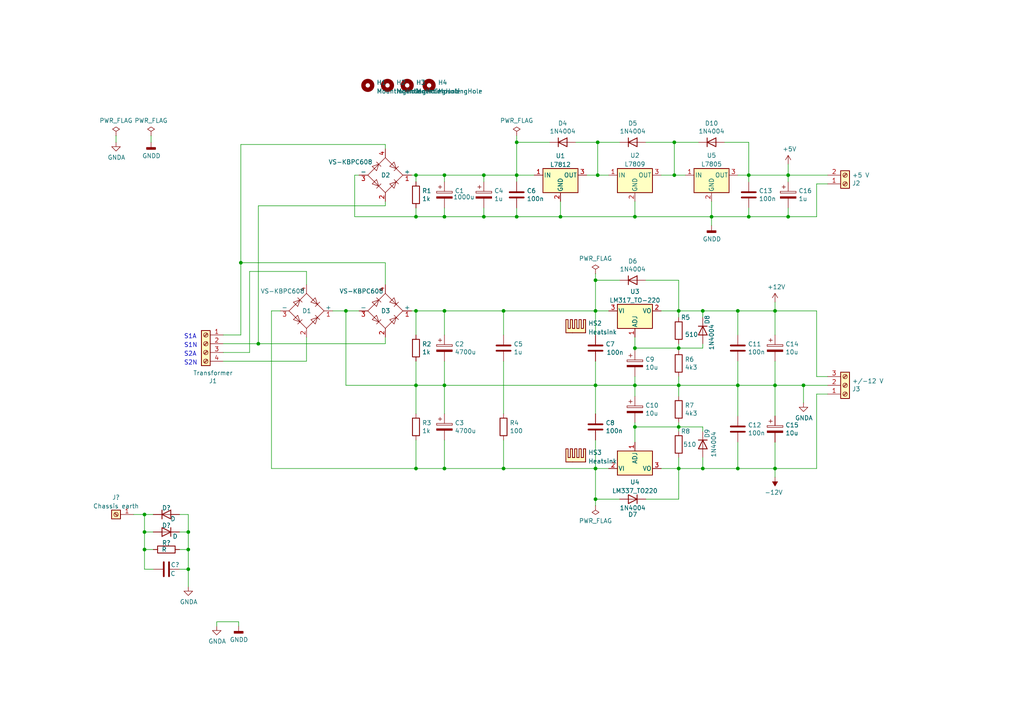
<source format=kicad_sch>
(kicad_sch (version 20211123) (generator eeschema)
  (paper "A4")
  (lib_symbols
    (symbol "Connector:Screw_Terminal_01x01" (pin_names (offset 1.016) hide)
      (property "Reference" "J" (at 0 2.54 0))
      (property "Value" "Screw_Terminal_01x01" (at 0 -2.54 0))
      (symbol "Screw_Terminal_01x01_1_1"
        (rectangle (start -1.27 1.27) (end 1.27 -1.27) (stroke (width 0.254)) (fill (type background)))
        (polyline (pts (xy -0.5334 0.3302) (xy 0.3302 -0.508)) (stroke (width 0.1524)))
        (polyline (pts (xy -0.3556 0.508) (xy 0.508 -0.3302)) (stroke (width 0.1524)))
        (circle (center 0 0) (radius 0.635) (stroke (width 0.1524)))
        (pin passive line (at -5.08 0 0) (length 3.81) (name "Pin_1") (number "1"))
      )
    )
    (symbol "Connector:Screw_Terminal_01x02" (pin_names (offset 1.016) hide)
      (property "Reference" "J" (at 0 2.54 0))
      (property "Value" "Screw_Terminal_01x02" (at 0 -5.08 0))
      (symbol "Screw_Terminal_01x02_1_1"
        (rectangle (start -1.27 1.27) (end 1.27 -3.81) (stroke (width 0.254)) (fill (type background)))
        (circle (center 0 -2.54) (radius 0.635) (stroke (width 0.1524)))
        (polyline (pts (xy -0.5334 -2.2098) (xy 0.3302 -3.048)) (stroke (width 0.1524)))
        (polyline (pts (xy -0.5334 0.3302) (xy 0.3302 -0.508)) (stroke (width 0.1524)))
        (polyline (pts (xy -0.3556 -2.032) (xy 0.508 -2.8702)) (stroke (width 0.1524)))
        (polyline (pts (xy -0.3556 0.508) (xy 0.508 -0.3302)) (stroke (width 0.1524)))
        (circle (center 0 0) (radius 0.635) (stroke (width 0.1524)))
        (pin passive line (at -5.08 0 0) (length 3.81) (name "Pin_1") (number "1"))
        (pin passive line (at -5.08 -2.54 0) (length 3.81) (name "Pin_2") (number "2"))
      )
    )
    (symbol "Connector:Screw_Terminal_01x03" (pin_names (offset 1.016) hide)
      (property "Reference" "J" (at 0 5.08 0))
      (property "Value" "Screw_Terminal_01x03" (at 0 -5.08 0))
      (symbol "Screw_Terminal_01x03_1_1"
        (rectangle (start -1.27 3.81) (end 1.27 -3.81) (stroke (width 0.254)) (fill (type background)))
        (circle (center 0 -2.54) (radius 0.635) (stroke (width 0.1524)))
        (polyline (pts (xy -0.5334 -2.2098) (xy 0.3302 -3.048)) (stroke (width 0.1524)))
        (polyline (pts (xy -0.5334 0.3302) (xy 0.3302 -0.508)) (stroke (width 0.1524)))
        (polyline (pts (xy -0.5334 2.8702) (xy 0.3302 2.032)) (stroke (width 0.1524)))
        (polyline (pts (xy -0.3556 -2.032) (xy 0.508 -2.8702)) (stroke (width 0.1524)))
        (polyline (pts (xy -0.3556 0.508) (xy 0.508 -0.3302)) (stroke (width 0.1524)))
        (polyline (pts (xy -0.3556 3.048) (xy 0.508 2.2098)) (stroke (width 0.1524)))
        (circle (center 0 0) (radius 0.635) (stroke (width 0.1524)))
        (circle (center 0 2.54) (radius 0.635) (stroke (width 0.1524)))
        (pin passive line (at -5.08 2.54 0) (length 3.81) (name "Pin_1") (number "1"))
        (pin passive line (at -5.08 0 0) (length 3.81) (name "Pin_2") (number "2"))
        (pin passive line (at -5.08 -2.54 0) (length 3.81) (name "Pin_3") (number "3"))
      )
    )
    (symbol "Connector:Screw_Terminal_01x04" (pin_names (offset 1.016) hide)
      (property "Reference" "J" (at 0 5.08 0))
      (property "Value" "Screw_Terminal_01x04" (at 0 -7.62 0))
      (symbol "Screw_Terminal_01x04_1_1"
        (rectangle (start -1.27 3.81) (end 1.27 -6.35) (stroke (width 0.254)) (fill (type background)))
        (circle (center 0 -5.08) (radius 0.635) (stroke (width 0.1524)))
        (circle (center 0 -2.54) (radius 0.635) (stroke (width 0.1524)))
        (polyline (pts (xy -0.5334 -4.7498) (xy 0.3302 -5.588)) (stroke (width 0.1524)))
        (polyline (pts (xy -0.5334 -2.2098) (xy 0.3302 -3.048)) (stroke (width 0.1524)))
        (polyline (pts (xy -0.5334 0.3302) (xy 0.3302 -0.508)) (stroke (width 0.1524)))
        (polyline (pts (xy -0.5334 2.8702) (xy 0.3302 2.032)) (stroke (width 0.1524)))
        (polyline (pts (xy -0.3556 -4.572) (xy 0.508 -5.4102)) (stroke (width 0.1524)))
        (polyline (pts (xy -0.3556 -2.032) (xy 0.508 -2.8702)) (stroke (width 0.1524)))
        (polyline (pts (xy -0.3556 0.508) (xy 0.508 -0.3302)) (stroke (width 0.1524)))
        (polyline (pts (xy -0.3556 3.048) (xy 0.508 2.2098)) (stroke (width 0.1524)))
        (circle (center 0 0) (radius 0.635) (stroke (width 0.1524)))
        (circle (center 0 2.54) (radius 0.635) (stroke (width 0.1524)))
        (pin passive line (at -5.08 2.54 0) (length 3.81) (name "Pin_1") (number "1"))
        (pin passive line (at -5.08 0 0) (length 3.81) (name "Pin_2") (number "2"))
        (pin passive line (at -5.08 -2.54 0) (length 3.81) (name "Pin_3") (number "3"))
        (pin passive line (at -5.08 -5.08 0) (length 3.81) (name "Pin_4") (number "4"))
      )
    )
    (symbol "Device:C" (pin_numbers hide) (pin_names (offset 0.254))
      (property "Reference" "C" (at 0.635 2.54 0))
      (property "Value" "C" (at 0.635 -2.54 0))
      (symbol "C_0_1"
        (polyline (pts (xy -2.032 -0.762) (xy 2.032 -0.762)) (stroke (width 0.508)))
        (polyline (pts (xy -2.032 0.762) (xy 2.032 0.762)) (stroke (width 0.508)))
      )
      (symbol "C_1_1"
        (pin passive line (at 0 3.81 270) (length 2.794) (name "~") (number "1"))
        (pin passive line (at 0 -3.81 90) (length 2.794) (name "~") (number "2"))
      )
    )
    (symbol "Device:D" (pin_numbers hide) (pin_names (offset 1.016) hide)
      (property "Reference" "D" (at 0 2.54 0))
      (property "Value" "D" (at 0 -2.54 0))
      (symbol "D_0_1"
        (polyline (pts (xy -1.27 1.27) (xy -1.27 -1.27)) (stroke (width 0.254)))
        (polyline (pts (xy 1.27 0) (xy -1.27 0)))
        (polyline (pts (xy 1.27 1.27) (xy 1.27 -1.27) (xy -1.27 0) (xy 1.27 1.27)) (stroke (width 0.254)))
      )
      (symbol "D_1_1"
        (pin passive line (at -3.81 0 0) (length 2.54) (name "K") (number "1"))
        (pin passive line (at 3.81 0 180) (length 2.54) (name "A") (number "2"))
      )
    )
    (symbol "Device:R" (pin_numbers hide) (pin_names (offset 0))
      (property "Reference" "R" (at 2.032 0 90))
      (property "Value" "R" (at 0 0 90))
      (symbol "R_0_1"
        (rectangle (start -1.016 -2.54) (end 1.016 2.54) (stroke (width 0.254)))
      )
      (symbol "R_1_1"
        (pin passive line (at 0 3.81 270) (length 1.27) (name "~") (number "1"))
        (pin passive line (at 0 -3.81 90) (length 1.27) (name "~") (number "2"))
      )
    )
    (symbol "Diode_Bridge:VS-KBPC608" (pin_names (offset 0))
      (property "Reference" "D" (at 2.54 6.985 0))
      (property "Value" "VS-KBPC608" (at 2.54 5.08 0))
      (symbol "VS-KBPC608_0_1"
        (polyline (pts (xy -2.54 3.81) (xy -1.27 2.54)))
        (polyline (pts (xy -1.27 -2.54) (xy -2.54 -3.81)))
        (polyline (pts (xy 2.54 -1.27) (xy 3.81 -2.54)))
        (polyline (pts (xy 2.54 1.27) (xy 3.81 2.54)))
        (polyline (pts (xy -3.81 2.54) (xy -2.54 1.27) (xy -1.905 3.175) (xy -3.81 2.54)))
        (polyline (pts (xy -2.54 -1.27) (xy -3.81 -2.54) (xy -1.905 -3.175) (xy -2.54 -1.27)))
        (polyline (pts (xy 1.27 2.54) (xy 2.54 3.81) (xy 3.175 1.905) (xy 1.27 2.54)))
        (polyline (pts (xy 3.175 -1.905) (xy 1.27 -2.54) (xy 2.54 -3.81) (xy 3.175 -1.905)))
        (polyline (pts (xy -5.08 0) (xy 0 -5.08) (xy 5.08 0) (xy 0 5.08) (xy -5.08 0)))
      )
      (symbol "VS-KBPC608_1_1"
        (pin passive line (at 7.62 0 180) (length 2.54) (name "+") (number "1"))
        (pin passive line (at 0 -7.62 90) (length 2.54) (name "~") (number "2"))
        (pin passive line (at -7.62 0 0) (length 2.54) (name "-") (number "3"))
        (pin passive line (at 0 7.62 270) (length 2.54) (name "~") (number "4"))
      )
    )
    (symbol "Mechanical:Heatsink" (pin_names (offset 1.016))
      (property "Reference" "HS" (at 0 5.08 0))
      (property "Value" "Heatsink" (at 0 -1.27 0))
      (symbol "Heatsink_0_1"
        (polyline (pts (xy -0.3302 1.27) (xy -0.9652 1.27) (xy -0.9652 3.81) (xy -1.6002 3.81) (xy -1.6002 1.27) (xy -2.2352 1.27) (xy -2.2352 3.81) (xy -2.8702 3.81) (xy -2.8702 0) (xy -0.9652 0)) (stroke (width 0.254)) (fill (type background)))
        (polyline (pts (xy -0.3302 1.27) (xy -0.3302 3.81) (xy 0.3048 3.81) (xy 0.3048 1.27) (xy 0.9398 1.27) (xy 0.9398 3.81) (xy 1.5748 3.81) (xy 1.5748 1.27) (xy 2.2098 1.27) (xy 2.2098 3.81) (xy 2.8448 3.81) (xy 2.8448 0) (xy -0.9652 0)) (stroke (width 0.254)) (fill (type background)))
      )
    )
    (symbol "Mechanical:MountingHole" (pin_names (offset 1.016))
      (property "Reference" "H" (at 0 5.08 0))
      (property "Value" "MountingHole" (at 0 3.175 0))
      (symbol "MountingHole_0_1"
        (circle (center 0 0) (radius 1.27) (stroke (width 1.27)))
      )
    )
    (symbol "PowerSupply-rescue:CP-Device" (pin_numbers hide) (pin_names (offset 0.254))
      (property "Reference" "C" (at 0.635 2.54 0))
      (property "Value" "CP-Device" (at 0.635 -2.54 0))
      (symbol "CP-Device_0_1"
        (rectangle (start -2.286 0.508) (end 2.286 1.016))
        (polyline (pts (xy -1.778 2.286) (xy -0.762 2.286)))
        (polyline (pts (xy -1.27 2.794) (xy -1.27 1.778)))
        (rectangle (start 2.286 -0.508) (end -2.286 -1.016) (fill (type outline)))
      )
      (symbol "CP-Device_1_1"
        (pin passive line (at 0 3.81 270) (length 2.794) (name "~") (number "1"))
        (pin passive line (at 0 -3.81 90) (length 2.794) (name "~") (number "2"))
      )
    )
    (symbol "Regulator_Linear:L7805" (pin_names (offset 0.254))
      (property "Reference" "U" (at -3.81 3.175 0))
      (property "Value" "L7805" (at 0 3.175 0))
      (symbol "L7805_0_1"
        (rectangle (start -5.08 1.905) (end 5.08 -5.08) (stroke (width 0.254)) (fill (type background)))
      )
      (symbol "L7805_1_1"
        (pin power_in line (at -7.62 0 0) (length 2.54) (name "IN") (number "1"))
        (pin power_in line (at 0 -7.62 90) (length 2.54) (name "GND") (number "2"))
        (pin power_out line (at 7.62 0 180) (length 2.54) (name "OUT") (number "3"))
      )
    )
    (symbol "Regulator_Linear:L7809" (pin_names (offset 0.254))
      (property "Reference" "U" (at -3.81 3.175 0))
      (property "Value" "L7809" (at 0 3.175 0))
      (symbol "L7809_0_1"
        (rectangle (start -5.08 1.905) (end 5.08 -5.08) (stroke (width 0.254)) (fill (type background)))
      )
      (symbol "L7809_1_1"
        (pin power_in line (at -7.62 0 0) (length 2.54) (name "IN") (number "1"))
        (pin power_in line (at 0 -7.62 90) (length 2.54) (name "GND") (number "2"))
        (pin power_out line (at 7.62 0 180) (length 2.54) (name "OUT") (number "3"))
      )
    )
    (symbol "Regulator_Linear:L7812" (pin_names (offset 0.254))
      (property "Reference" "U" (at -3.81 3.175 0))
      (property "Value" "L7812" (at 0 3.175 0))
      (symbol "L7812_0_1"
        (rectangle (start -5.08 1.905) (end 5.08 -5.08) (stroke (width 0.254)) (fill (type background)))
      )
      (symbol "L7812_1_1"
        (pin power_in line (at -7.62 0 0) (length 2.54) (name "IN") (number "1"))
        (pin power_in line (at 0 -7.62 90) (length 2.54) (name "GND") (number "2"))
        (pin power_out line (at 7.62 0 180) (length 2.54) (name "OUT") (number "3"))
      )
    )
    (symbol "Regulator_Linear:LM317_TO-220" (pin_names (offset 0.254))
      (property "Reference" "U" (at -3.81 3.175 0))
      (property "Value" "LM317_TO-220" (at 0 3.175 0))
      (symbol "LM317_TO-220_0_1"
        (rectangle (start -5.08 1.905) (end 5.08 -5.08) (stroke (width 0.254)) (fill (type background)))
      )
      (symbol "LM317_TO-220_1_1"
        (pin input line (at 0 -7.62 90) (length 2.54) (name "ADJ") (number "1"))
        (pin power_out line (at 7.62 0 180) (length 2.54) (name "VO") (number "2"))
        (pin power_in line (at -7.62 0 0) (length 2.54) (name "VI") (number "3"))
      )
    )
    (symbol "Regulator_Linear:LM337_TO220" (pin_names (offset 0.254))
      (property "Reference" "U" (at -3.81 -3.175 0))
      (property "Value" "LM337_TO220" (at 0 -3.175 0))
      (symbol "LM337_TO220_0_1"
        (rectangle (start -5.08 5.08) (end 5.08 -1.905) (stroke (width 0.254)) (fill (type background)))
      )
      (symbol "LM337_TO220_1_1"
        (pin input line (at 0 7.62 270) (length 2.54) (name "ADJ") (number "1"))
        (pin power_in line (at -7.62 0 0) (length 2.54) (name "VI") (number "2"))
        (pin power_out line (at 7.62 0 180) (length 2.54) (name "VO") (number "3"))
      )
    )
    (symbol "power:+12V" (power) (pin_names (offset 0))
      (property "Value" "+12V" (at 0 3.556 0))
      (symbol "+12V_0_1"
        (polyline (pts (xy -0.762 1.27) (xy 0 2.54)))
        (polyline (pts (xy 0 0) (xy 0 2.54)))
        (polyline (pts (xy 0 2.54) (xy 0.762 1.27)))
      )
      (symbol "+12V_1_1"
        (pin power_in line (at 0 0 90) (length 0) hide (name "+12V") (number "1"))
      )
    )
    (symbol "power:+5V" (power) (pin_names (offset 0))
      (property "Value" "+5V" (at 0 3.556 0))
      (symbol "+5V_0_1"
        (polyline (pts (xy -0.762 1.27) (xy 0 2.54)))
        (polyline (pts (xy 0 0) (xy 0 2.54)))
        (polyline (pts (xy 0 2.54) (xy 0.762 1.27)))
      )
      (symbol "+5V_1_1"
        (pin power_in line (at 0 0 90) (length 0) hide (name "+5V") (number "1"))
      )
    )
    (symbol "power:-12V" (power) (pin_names (offset 0))
      (property "Value" "-12V" (at 0 3.81 0))
      (symbol "-12V_0_0"
        (pin power_in line (at 0 0 90) (length 0) hide (name "-12V") (number "1"))
      )
      (symbol "-12V_0_1"
        (polyline (pts (xy 0 0) (xy 0 1.27) (xy 0.762 1.27) (xy 0 2.54) (xy -0.762 1.27) (xy 0 1.27)) (fill (type outline)))
      )
    )
    (symbol "power:GNDA" (power) (pin_names (offset 0))
      (property "Value" "GNDA" (at 0 -3.81 0))
      (symbol "GNDA_0_1"
        (polyline (pts (xy 0 0) (xy 0 -1.27) (xy 1.27 -1.27) (xy 0 -2.54) (xy -1.27 -1.27) (xy 0 -1.27)))
      )
      (symbol "GNDA_1_1"
        (pin power_in line (at 0 0 270) (length 0) hide (name "GNDA") (number "1"))
      )
    )
    (symbol "power:GNDD" (power) (pin_names (offset 0))
      (property "Value" "GNDD" (at 0 -3.175 0))
      (symbol "GNDD_0_1"
        (rectangle (start -1.27 -1.524) (end 1.27 -2.032) (stroke (width 0.254)) (fill (type outline)))
        (polyline (pts (xy 0 0) (xy 0 -1.524)))
      )
      (symbol "GNDD_1_1"
        (pin power_in line (at 0 0 270) (length 0) hide (name "GNDD") (number "1"))
      )
    )
    (symbol "power:PWR_FLAG" (power) (pin_numbers hide) (pin_names (offset 0) hide)
      (property "Value" "PWR_FLAG" (at 0 3.81 0))
      (symbol "PWR_FLAG_0_0"
        (pin power_out line (at 0 0 90) (length 0) (name "pwr") (number "1"))
      )
      (symbol "PWR_FLAG_0_1"
        (polyline (pts (xy 0 0) (xy 0 1.27) (xy -1.016 1.905) (xy 0 2.54) (xy 1.016 1.905) (xy 0 1.27)))
      )
    )
  )
  (junction (at 128.905 135.89))
  (junction (at 228.6 50.8))
  (junction (at 120.65 50.8))
  (junction (at 224.79 90.17))
  (junction (at 213.995 135.89))
  (junction (at 146.05 135.89))
  (junction (at 41.91 154.305))
  (junction (at 128.905 62.865))
  (junction (at 206.375 62.865))
  (junction (at 69.85 76.2))
  (junction (at 228.6 62.865))
  (junction (at 149.86 41.275))
  (junction (at 184.15 62.865))
  (junction (at 196.85 100.965))
  (junction (at 195.58 50.8))
  (junction (at 184.15 111.76))
  (junction (at 217.17 50.8))
  (junction (at 196.85 90.17))
  (junction (at 54.61 165.1))
  (junction (at 128.905 50.8))
  (junction (at 196.85 135.89))
  (junction (at 213.995 111.76))
  (junction (at 224.79 111.76))
  (junction (at 140.335 62.865))
  (junction (at 184.15 123.825))
  (junction (at 54.61 159.385))
  (junction (at 172.72 144.78))
  (junction (at 172.72 111.76))
  (junction (at 184.15 100.965))
  (junction (at 217.17 62.865))
  (junction (at 203.835 135.89))
  (junction (at 162.56 62.865))
  (junction (at 120.65 135.89))
  (junction (at 100.33 90.17))
  (junction (at 54.61 154.305))
  (junction (at 140.335 50.8))
  (junction (at 149.86 62.865))
  (junction (at 173.355 41.275))
  (junction (at 120.65 90.17))
  (junction (at 224.79 135.89))
  (junction (at 146.05 90.17))
  (junction (at 120.65 111.76))
  (junction (at 41.91 159.385))
  (junction (at 172.72 81.28))
  (junction (at 128.905 90.17))
  (junction (at 74.93 99.695))
  (junction (at 41.91 149.225))
  (junction (at 213.995 90.17))
  (junction (at 196.85 111.76))
  (junction (at 172.72 135.89))
  (junction (at 233.045 111.76))
  (junction (at 203.835 90.17))
  (junction (at 149.86 50.8))
  (junction (at 172.72 90.17))
  (junction (at 196.85 123.825))
  (junction (at 128.905 111.76))
  (junction (at 120.65 62.865))
  (junction (at 173.355 50.8))
  (junction (at 195.58 41.275))
  (wire (pts (xy 224.79 135.89) (xy 236.855 135.89)))
  (wire (pts (xy 120.65 50.8) (xy 120.65 52.705)))
  (wire (pts (xy 128.905 135.89) (xy 146.05 135.89)))
  (wire (pts (xy 196.85 122.555) (xy 196.85 123.825)))
  (wire (pts (xy 41.91 165.1) (xy 44.45 165.1)))
  (wire (pts (xy 191.77 50.8) (xy 195.58 50.8)))
  (wire (pts (xy 128.905 90.17) (xy 146.05 90.17)))
  (wire (pts (xy 149.86 60.325) (xy 149.86 62.865)))
  (wire (pts (xy 41.91 154.305) (xy 44.45 154.305)))
  (wire (pts (xy 224.79 111.76) (xy 224.79 120.65)))
  (wire (pts (xy 54.61 165.1) (xy 54.61 170.18)))
  (wire (pts (xy 146.05 90.17) (xy 146.05 97.155)))
  (wire (pts (xy 120.65 135.89) (xy 128.905 135.89)))
  (wire (pts (xy 140.335 50.8) (xy 149.86 50.8)))
  (wire (pts (xy 54.61 159.385) (xy 54.61 165.1)))
  (wire (pts (xy 184.15 111.76) (xy 184.15 114.935)))
  (wire (pts (xy 236.855 90.17) (xy 236.855 109.22)))
  (wire (pts (xy 54.61 149.225) (xy 54.61 154.305)))
  (wire (pts (xy 111.76 58.42) (xy 111.76 59.69)))
  (wire (pts (xy 167.005 41.275) (xy 173.355 41.275)))
  (wire (pts (xy 184.15 62.865) (xy 206.375 62.865)))
  (wire (pts (xy 172.72 104.775) (xy 172.72 111.76)))
  (wire (pts (xy 128.905 50.8) (xy 128.905 52.705)))
  (wire (pts (xy 184.15 122.555) (xy 184.15 123.825)))
  (wire (pts (xy 196.85 90.17) (xy 203.835 90.17)))
  (wire (pts (xy 170.18 50.8) (xy 173.355 50.8)))
  (wire (pts (xy 196.85 100.965) (xy 203.835 100.965)))
  (wire (pts (xy 119.38 90.17) (xy 120.65 90.17)))
  (wire (pts (xy 149.86 39.37) (xy 149.86 41.275)))
  (wire (pts (xy 203.835 99.695) (xy 203.835 100.965)))
  (wire (pts (xy 184.15 97.79) (xy 184.15 100.965)))
  (wire (pts (xy 96.52 90.17) (xy 100.33 90.17)))
  (wire (pts (xy 128.905 104.775) (xy 128.905 111.76)))
  (wire (pts (xy 196.85 135.89) (xy 203.835 135.89)))
  (wire (pts (xy 41.91 159.385) (xy 41.91 165.1)))
  (wire (pts (xy 41.91 154.305) (xy 41.91 159.385)))
  (wire (pts (xy 203.835 90.17) (xy 213.995 90.17)))
  (wire (pts (xy 172.72 144.78) (xy 179.705 144.78)))
  (wire (pts (xy 228.6 62.865) (xy 236.855 62.865)))
  (wire (pts (xy 203.835 123.825) (xy 196.85 123.825)))
  (wire (pts (xy 69.85 76.2) (xy 69.85 97.155)))
  (wire (pts (xy 203.835 125.095) (xy 203.835 123.825)))
  (wire (pts (xy 64.77 104.775) (xy 88.9 104.775)))
  (wire (pts (xy 213.995 90.17) (xy 224.79 90.17)))
  (wire (pts (xy 210.185 41.275) (xy 217.17 41.275)))
  (wire (pts (xy 62.865 180.34) (xy 62.865 181.61)))
  (wire (pts (xy 213.995 90.17) (xy 213.995 97.155)))
  (wire (pts (xy 236.855 135.89) (xy 236.855 114.3)))
  (wire (pts (xy 196.85 132.715) (xy 196.85 135.89)))
  (wire (pts (xy 172.72 144.78) (xy 172.72 146.685)))
  (wire (pts (xy 176.53 50.8) (xy 173.355 50.8)))
  (wire (pts (xy 52.07 159.385) (xy 54.61 159.385)))
  (wire (pts (xy 74.93 99.695) (xy 111.76 99.695)))
  (wire (pts (xy 120.65 90.17) (xy 120.65 97.155)))
  (wire (pts (xy 146.05 135.89) (xy 172.72 135.89)))
  (wire (pts (xy 184.15 123.825) (xy 184.15 128.27)))
  (wire (pts (xy 120.65 127.635) (xy 120.65 135.89)))
  (wire (pts (xy 128.905 90.17) (xy 120.65 90.17)))
  (wire (pts (xy 172.72 81.28) (xy 172.72 90.17)))
  (wire (pts (xy 100.33 111.76) (xy 120.65 111.76)))
  (wire (pts (xy 213.995 111.76) (xy 224.79 111.76)))
  (wire (pts (xy 41.91 149.225) (xy 44.45 149.225)))
  (wire (pts (xy 172.72 120.015) (xy 172.72 111.76)))
  (wire (pts (xy 146.05 104.775) (xy 146.05 120.015)))
  (wire (pts (xy 184.15 100.965) (xy 196.85 100.965)))
  (wire (pts (xy 128.905 60.325) (xy 128.905 62.865)))
  (wire (pts (xy 195.58 41.275) (xy 187.325 41.275)))
  (wire (pts (xy 195.58 50.8) (xy 195.58 41.275)))
  (wire (pts (xy 233.045 111.76) (xy 240.03 111.76)))
  (wire (pts (xy 206.375 58.42) (xy 206.375 62.865)))
  (wire (pts (xy 172.72 135.89) (xy 176.53 135.89)))
  (wire (pts (xy 172.72 135.89) (xy 172.72 144.78)))
  (wire (pts (xy 102.87 62.865) (xy 120.65 62.865)))
  (wire (pts (xy 217.17 62.865) (xy 206.375 62.865)))
  (wire (pts (xy 120.65 62.865) (xy 128.905 62.865)))
  (wire (pts (xy 236.855 62.865) (xy 236.855 53.34)))
  (wire (pts (xy 69.85 76.2) (xy 111.76 76.2)))
  (wire (pts (xy 228.6 50.8) (xy 228.6 52.705)))
  (wire (pts (xy 128.905 111.76) (xy 172.72 111.76)))
  (wire (pts (xy 52.07 149.225) (xy 54.61 149.225)))
  (wire (pts (xy 195.58 50.8) (xy 198.755 50.8)))
  (wire (pts (xy 111.76 76.2) (xy 111.76 82.55)))
  (wire (pts (xy 64.77 99.695) (xy 74.93 99.695)))
  (wire (pts (xy 224.79 104.775) (xy 224.79 111.76)))
  (wire (pts (xy 149.86 62.865) (xy 162.56 62.865)))
  (wire (pts (xy 196.85 144.78) (xy 196.85 135.89)))
  (wire (pts (xy 52.07 154.305) (xy 54.61 154.305)))
  (wire (pts (xy 120.65 104.775) (xy 120.65 111.76)))
  (wire (pts (xy 128.905 127.635) (xy 128.905 135.89)))
  (wire (pts (xy 149.86 50.8) (xy 149.86 52.705)))
  (wire (pts (xy 224.79 90.17) (xy 224.79 97.155)))
  (wire (pts (xy 196.85 111.76) (xy 196.85 109.22)))
  (wire (pts (xy 206.375 62.865) (xy 206.375 65.405)))
  (wire (pts (xy 236.855 114.3) (xy 240.03 114.3)))
  (wire (pts (xy 176.53 90.17) (xy 172.72 90.17)))
  (wire (pts (xy 128.905 111.76) (xy 128.905 120.015)))
  (wire (pts (xy 228.6 62.865) (xy 217.17 62.865)))
  (wire (pts (xy 38.735 149.225) (xy 41.91 149.225)))
  (wire (pts (xy 111.76 59.69) (xy 74.93 59.69)))
  (wire (pts (xy 184.15 123.825) (xy 196.85 123.825)))
  (wire (pts (xy 213.995 104.775) (xy 213.995 111.76)))
  (wire (pts (xy 140.335 62.865) (xy 149.86 62.865)))
  (wire (pts (xy 173.355 41.275) (xy 173.355 50.8)))
  (wire (pts (xy 69.85 41.91) (xy 69.85 76.2)))
  (wire (pts (xy 149.86 50.8) (xy 154.94 50.8)))
  (wire (pts (xy 33.655 39.37) (xy 33.655 41.275)))
  (wire (pts (xy 228.6 50.8) (xy 240.03 50.8)))
  (wire (pts (xy 41.91 149.225) (xy 41.91 154.305)))
  (wire (pts (xy 217.17 50.8) (xy 228.6 50.8)))
  (wire (pts (xy 202.565 41.275) (xy 195.58 41.275)))
  (wire (pts (xy 213.995 50.8) (xy 217.17 50.8)))
  (wire (pts (xy 213.995 135.89) (xy 224.79 135.89)))
  (wire (pts (xy 224.79 87.63) (xy 224.79 90.17)))
  (wire (pts (xy 62.865 180.34) (xy 69.215 180.34)))
  (wire (pts (xy 196.85 99.695) (xy 196.85 100.965)))
  (wire (pts (xy 213.995 128.27) (xy 213.995 135.89)))
  (wire (pts (xy 184.15 101.6) (xy 184.15 100.965)))
  (wire (pts (xy 102.87 50.8) (xy 102.87 62.865)))
  (wire (pts (xy 100.33 111.76) (xy 100.33 90.17)))
  (wire (pts (xy 224.79 138.43) (xy 224.79 135.89)))
  (wire (pts (xy 146.05 127.635) (xy 146.05 135.89)))
  (wire (pts (xy 88.9 82.55) (xy 88.9 78.74)))
  (wire (pts (xy 140.335 50.8) (xy 128.905 50.8)))
  (wire (pts (xy 228.6 60.325) (xy 228.6 62.865)))
  (wire (pts (xy 43.815 39.37) (xy 43.815 41.275)))
  (wire (pts (xy 54.61 154.305) (xy 54.61 159.385)))
  (wire (pts (xy 78.74 90.17) (xy 78.74 135.89)))
  (wire (pts (xy 203.835 132.715) (xy 203.835 135.89)))
  (wire (pts (xy 196.85 100.965) (xy 196.85 101.6)))
  (wire (pts (xy 69.85 97.155) (xy 64.77 97.155)))
  (wire (pts (xy 203.835 135.89) (xy 213.995 135.89)))
  (wire (pts (xy 111.76 41.91) (xy 69.85 41.91)))
  (wire (pts (xy 179.705 41.275) (xy 173.355 41.275)))
  (wire (pts (xy 217.17 60.325) (xy 217.17 62.865)))
  (wire (pts (xy 111.76 43.18) (xy 111.76 41.91)))
  (wire (pts (xy 224.79 90.17) (xy 236.855 90.17)))
  (wire (pts (xy 172.72 111.76) (xy 184.15 111.76)))
  (wire (pts (xy 146.05 90.17) (xy 172.72 90.17)))
  (wire (pts (xy 119.38 50.8) (xy 120.65 50.8)))
  (wire (pts (xy 187.325 144.78) (xy 196.85 144.78)))
  (wire (pts (xy 172.72 79.375) (xy 172.72 81.28)))
  (wire (pts (xy 179.705 81.28) (xy 172.72 81.28)))
  (wire (pts (xy 128.905 97.155) (xy 128.905 90.17)))
  (wire (pts (xy 52.07 165.1) (xy 54.61 165.1)))
  (wire (pts (xy 191.77 90.17) (xy 196.85 90.17)))
  (wire (pts (xy 74.93 59.69) (xy 74.93 99.695)))
  (wire (pts (xy 120.65 111.76) (xy 120.65 120.015)))
  (wire (pts (xy 81.28 90.17) (xy 78.74 90.17)))
  (wire (pts (xy 236.855 53.34) (xy 240.03 53.34)))
  (wire (pts (xy 72.39 102.235) (xy 64.77 102.235)))
  (wire (pts (xy 88.9 78.74) (xy 72.39 78.74)))
  (wire (pts (xy 140.335 50.8) (xy 140.335 52.705)))
  (wire (pts (xy 196.85 111.76) (xy 196.85 114.935)))
  (wire (pts (xy 102.87 50.8) (xy 104.14 50.8)))
  (wire (pts (xy 184.15 111.76) (xy 196.85 111.76)))
  (wire (pts (xy 162.56 58.42) (xy 162.56 62.865)))
  (wire (pts (xy 236.855 109.22) (xy 240.03 109.22)))
  (wire (pts (xy 100.33 90.17) (xy 104.14 90.17)))
  (wire (pts (xy 228.6 47.625) (xy 228.6 50.8)))
  (wire (pts (xy 196.85 81.28) (xy 196.85 90.17)))
  (wire (pts (xy 184.15 111.76) (xy 184.15 109.22)))
  (wire (pts (xy 203.835 90.17) (xy 203.835 92.075)))
  (wire (pts (xy 196.85 123.825) (xy 196.85 125.095)))
  (wire (pts (xy 140.335 62.865) (xy 128.905 62.865)))
  (wire (pts (xy 224.79 128.27) (xy 224.79 135.89)))
  (wire (pts (xy 120.65 60.325) (xy 120.65 62.865)))
  (wire (pts (xy 172.72 90.17) (xy 172.72 97.155)))
  (wire (pts (xy 41.91 159.385) (xy 44.45 159.385)))
  (wire (pts (xy 162.56 62.865) (xy 184.15 62.865)))
  (wire (pts (xy 172.72 127.635) (xy 172.72 135.89)))
  (wire (pts (xy 78.74 135.89) (xy 120.65 135.89)))
  (wire (pts (xy 72.39 78.74) (xy 72.39 102.235)))
  (wire (pts (xy 217.17 41.275) (xy 217.17 50.8)))
  (wire (pts (xy 191.77 135.89) (xy 196.85 135.89)))
  (wire (pts (xy 233.045 116.84) (xy 233.045 111.76)))
  (wire (pts (xy 196.85 111.76) (xy 213.995 111.76)))
  (wire (pts (xy 217.17 52.705) (xy 217.17 50.8)))
  (wire (pts (xy 187.325 81.28) (xy 196.85 81.28)))
  (wire (pts (xy 159.385 41.275) (xy 149.86 41.275)))
  (wire (pts (xy 120.65 50.8) (xy 128.905 50.8)))
  (wire (pts (xy 69.215 180.34) (xy 69.215 181.61)))
  (wire (pts (xy 140.335 60.325) (xy 140.335 62.865)))
  (wire (pts (xy 213.995 111.76) (xy 213.995 120.65)))
  (wire (pts (xy 224.79 111.76) (xy 233.045 111.76)))
  (wire (pts (xy 120.65 111.76) (xy 128.905 111.76)))
  (wire (pts (xy 149.86 41.275) (xy 149.86 50.8)))
  (wire (pts (xy 184.15 58.42) (xy 184.15 62.865)))
  (wire (pts (xy 196.85 90.17) (xy 196.85 92.075)))
  (wire (pts (xy 111.76 97.79) (xy 111.76 99.695)))
  (wire (pts (xy 88.9 104.775) (xy 88.9 97.79)))
  (text "S1N" (at 53.34 100.965 0) (effects (font (size 1.27 1.27)) (justify left bottom)))
  (text "S2N" (at 53.34 106.045 0) (effects (font (size 1.27 1.27)) (justify left bottom)))
  (text "S2A" (at 53.34 103.505 0) (effects (font (size 1.27 1.27)) (justify left bottom)))
  (text "S1A" (at 53.34 98.425 0) (effects (font (size 1.27 1.27)) (justify left bottom)))
  (symbol (lib_id "PowerSupply-rescue:CP-Device") (at 128.905 56.515 0) (unit 1)
    (property "Reference" "C1" (at 131.9022 55.3466 0) (effects (justify left)))
    (property "Value" "1000u" (at 131.445 57.15 0) (effects (justify left)))
    (property "Footprint" "Capacitor_THT:CP_Radial_D18.0mm_P7.50mm" (effects hide))
  )
  (symbol (lib_id "Diode_Bridge:VS-KBPC608") (at 111.76 50.8 0) (unit 1)
    (property "Reference" "D2" (at 110.49 50.8 0) (effects (justify left)))
    (property "Value" "VS-KBPC608" (at 95.25 46.99 0) (effects (justify left)))
    (property "Footprint" "Diode_THT:Diode_Bridge_Vishay_KBPC6" (effects hide))
    (property "Datasheet" "http://www.vishay.com/docs/93585/vs-kbpc1series.pdf" (effects hide))
  )
  (symbol (lib_id "Diode_Bridge:VS-KBPC608") (at 111.76 90.17 0) (unit 1)
    (property "Reference" "D3" (at 110.49 90.17 0) (effects (justify left)))
    (property "Value" "VS-KBPC608" (at 98.425 84.455 0) (effects (justify left)))
    (property "Footprint" "Diode_THT:Diode_Bridge_Vishay_KBPC6" (effects hide))
    (property "Datasheet" "http://www.vishay.com/docs/93585/vs-kbpc1series.pdf" (effects hide))
  )
  (symbol (lib_id "Diode_Bridge:VS-KBPC608") (at 88.9 90.17 0) (unit 1)
    (property "Reference" "D1" (at 87.63 90.17 0) (effects (justify left)))
    (property "Value" "VS-KBPC608" (at 75.565 84.455 0) (effects (justify left)))
    (property "Footprint" "Diode_THT:Diode_Bridge_Vishay_KBPC6" (effects hide))
    (property "Datasheet" "http://www.vishay.com/docs/93585/vs-kbpc1series.pdf" (effects hide))
  )
  (symbol (lib_id "Connector:Screw_Terminal_01x04") (at 59.69 99.695 0) (mirror y) (unit 1)
    (property "Reference" "J1" (at 61.7728 110.49 0))
    (property "Value" "Transformer" (at 61.7728 108.1786 0))
    (property "Footprint" "TerminalBlock_Phoenix:TerminalBlock_Phoenix_MKDS-1,5-4_1x04_P5.00mm_Horizontal" (effects hide))
  )
  (symbol (lib_id "PowerSupply-rescue:CP-Device") (at 128.905 100.965 0) (unit 1)
    (property "Reference" "C2" (at 131.9022 99.7966 0) (effects (justify left)))
    (property "Value" "4700u" (at 131.9022 102.108 0) (effects (justify left)))
    (property "Footprint" "Capacitor_THT:CP_Radial_D18.0mm_P7.50mm" (effects hide))
  )
  (symbol (lib_id "PowerSupply-rescue:CP-Device") (at 128.905 123.825 0) (unit 1)
    (property "Reference" "C3" (at 131.9022 122.6566 0) (effects (justify left)))
    (property "Value" "4700u" (at 131.9022 124.968 0) (effects (justify left)))
    (property "Footprint" "Capacitor_THT:CP_Radial_D18.0mm_P7.50mm" (effects hide))
  )
  (symbol (lib_id "Regulator_Linear:L7805") (at 206.375 50.8 0) (unit 1)
    (property "Reference" "U5" (at 206.375 45.085 0))
    (property "Value" "L7805" (at 206.375 47.625 0))
    (property "Footprint" "Package_TO_SOT_THT:TO-220-3_Vertical" (effects hide))
    (property "Datasheet" "http://www.st.com/content/ccc/resource/technical/document/datasheet/41/4f/b3/b0/12/d4/47/88/CD00000444.pdf/files/CD00000444.pdf/jcr:content/translations/en.CD00000444.pdf" (effects hide))
  )
  (symbol (lib_id "Regulator_Linear:L7809") (at 184.15 50.8 0) (unit 1)
    (property "Reference" "U2" (at 184.15 45.085 0))
    (property "Value" "L7809" (at 184.15 47.625 0))
    (property "Footprint" "Package_TO_SOT_THT:TO-220-3_Vertical" (effects hide))
    (property "Datasheet" "http://www.st.com/content/ccc/resource/technical/document/datasheet/41/4f/b3/b0/12/d4/47/88/CD00000444.pdf/files/CD00000444.pdf/jcr:content/translations/en.CD00000444.pdf" (effects hide))
  )
  (symbol (lib_id "PowerSupply-rescue:CP-Device") (at 140.335 56.515 0) (unit 1)
    (property "Reference" "C4" (at 143.3322 55.3466 0) (effects (justify left)))
    (property "Value" "1u" (at 143.3322 57.658 0) (effects (justify left)))
    (property "Footprint" "Capacitor_THT:CP_Radial_D5.0mm_P2.00mm" (effects hide))
  )
  (symbol (lib_id "Device:C") (at 149.86 56.515 0) (unit 1)
    (property "Reference" "C6" (at 152.781 55.3466 0) (effects (justify left)))
    (property "Value" "100n" (at 152.781 57.658 0) (effects (justify left)))
    (property "Footprint" "Capacitor_THT:C_Rect_L7.0mm_W2.5mm_P5.00mm" (effects hide))
  )
  (symbol (lib_id "Device:C") (at 217.17 56.515 0) (unit 1)
    (property "Reference" "C13" (at 220.091 55.3466 0) (effects (justify left)))
    (property "Value" "100n" (at 220.091 57.658 0) (effects (justify left)))
    (property "Footprint" "Capacitor_THT:C_Rect_L7.0mm_W2.5mm_P5.00mm" (effects hide))
  )
  (symbol (lib_id "PowerSupply-rescue:CP-Device") (at 228.6 56.515 0) (unit 1)
    (property "Reference" "C16" (at 231.5972 55.3466 0) (effects (justify left)))
    (property "Value" "1u" (at 231.5972 57.658 0) (effects (justify left)))
    (property "Footprint" "Capacitor_THT:CP_Radial_D5.0mm_P2.00mm" (effects hide))
  )
  (symbol (lib_id "Device:D") (at 183.515 41.275 0) (unit 1)
    (property "Reference" "D5" (at 183.515 35.7632 0))
    (property "Value" "1N4004" (at 183.515 38.0746 0))
    (property "Footprint" "Diode_THT:D_DO-41_SOD81_P10.16mm_Horizontal" (effects hide))
  )
  (symbol (lib_id "Device:D") (at 206.375 41.275 0) (unit 1)
    (property "Reference" "D10" (at 206.375 35.7632 0))
    (property "Value" "1N4004" (at 206.375 38.0746 0))
    (property "Footprint" "Diode_THT:D_DO-41_SOD81_P10.16mm_Horizontal" (effects hide))
  )
  (symbol (lib_id "Device:D") (at 183.515 81.28 0) (unit 1)
    (property "Reference" "D6" (at 183.515 75.7682 0))
    (property "Value" "1N4004" (at 183.515 78.0796 0))
    (property "Footprint" "Diode_THT:D_DO-41_SOD81_P10.16mm_Horizontal" (effects hide))
  )
  (symbol (lib_id "Device:D") (at 183.515 144.78 180) (unit 1)
    (property "Reference" "D7" (at 183.515 149.225 0))
    (property "Value" "1N4004" (at 183.515 147.32 0))
    (property "Footprint" "Diode_THT:D_DO-41_SOD81_P10.16mm_Horizontal" (effects hide))
  )
  (symbol (lib_id "PowerSupply-rescue:CP-Device") (at 224.79 124.46 0) (unit 1)
    (property "Reference" "C15" (at 227.7872 123.2916 0) (effects (justify left)))
    (property "Value" "10u" (at 227.7872 125.603 0) (effects (justify left)))
    (property "Footprint" "Capacitor_THT:CP_Radial_D5.0mm_P2.00mm" (effects hide))
  )
  (symbol (lib_id "Device:R") (at 120.65 100.965 0) (unit 1)
    (property "Reference" "R2" (at 122.428 99.7966 0) (effects (justify left)))
    (property "Value" "1k" (at 122.428 102.108 0) (effects (justify left)))
    (property "Footprint" "Resistor_THT:R_Axial_DIN0414_L11.9mm_D4.5mm_P20.32mm_Horizontal" (effects hide))
  )
  (symbol (lib_id "Device:R") (at 120.65 123.825 0) (unit 1)
    (property "Reference" "R3" (at 122.428 122.6566 0) (effects (justify left)))
    (property "Value" "1k" (at 122.428 124.968 0) (effects (justify left)))
    (property "Footprint" "Resistor_THT:R_Axial_DIN0414_L11.9mm_D4.5mm_P20.32mm_Horizontal" (effects hide))
  )
  (symbol (lib_id "Device:R") (at 120.65 56.515 0) (unit 1)
    (property "Reference" "R1" (at 122.428 55.3466 0) (effects (justify left)))
    (property "Value" "1k" (at 122.428 57.658 0) (effects (justify left)))
    (property "Footprint" "Resistor_THT:R_Axial_DIN0414_L11.9mm_D4.5mm_P20.32mm_Horizontal" (effects hide))
  )
  (symbol (lib_id "power:GNDD") (at 206.375 65.405 0) (unit 1)
    (property "Reference" "#PWR03" (effects hide))
    (property "Value" "GNDD" (at 206.4766 69.342 0))
  )
  (symbol (lib_id "power:GNDA") (at 233.045 116.84 0) (unit 1)
    (property "Reference" "#PWR07" (effects hide))
    (property "Value" "GNDA" (at 233.172 121.2342 0))
  )
  (symbol (lib_id "power:+5V") (at 228.6 47.625 0) (unit 1)
    (property "Reference" "#PWR06" (effects hide))
    (property "Value" "+5V" (at 228.981 43.2308 0))
  )
  (symbol (lib_id "power:+12V") (at 224.79 87.63 0) (unit 1)
    (property "Reference" "#PWR04" (effects hide))
    (property "Value" "+12V" (at 225.171 83.2358 0))
  )
  (symbol (lib_id "power:-12V") (at 224.79 138.43 180) (unit 1)
    (property "Reference" "#PWR05" (effects hide))
    (property "Value" "-12V" (at 224.409 142.8242 0))
  )
  (symbol (lib_id "power:PWR_FLAG") (at 149.86 39.37 0) (unit 1)
    (property "Reference" "#FLG03" (effects hide))
    (property "Value" "PWR_FLAG" (at 149.86 34.9758 0))
  )
  (symbol (lib_id "power:PWR_FLAG") (at 172.72 79.375 0) (unit 1)
    (property "Reference" "#FLG04" (effects hide))
    (property "Value" "PWR_FLAG" (at 172.72 74.9808 0))
  )
  (symbol (lib_id "power:PWR_FLAG") (at 172.72 146.685 180) (unit 1)
    (property "Reference" "#FLG05" (effects hide))
    (property "Value" "PWR_FLAG" (at 172.72 151.0792 0))
  )
  (symbol (lib_id "power:PWR_FLAG") (at 33.655 39.37 0) (unit 1)
    (property "Reference" "#FLG01" (effects hide))
    (property "Value" "PWR_FLAG" (at 33.655 34.9758 0))
  )
  (symbol (lib_id "power:GNDA") (at 33.655 41.275 0) (unit 1)
    (property "Reference" "#PWR01" (effects hide))
    (property "Value" "GNDA" (at 33.782 45.6692 0))
  )
  (symbol (lib_id "Connector:Screw_Terminal_01x02") (at 245.11 53.34 0) (mirror x) (unit 1)
    (property "Reference" "J2" (at 247.142 53.1368 0) (effects (justify left)))
    (property "Value" "+5 V" (at 247.142 50.8254 0) (effects (justify left)))
    (property "Footprint" "TerminalBlock_Phoenix:TerminalBlock_Phoenix_MKDS-1,5-2_1x02_P5.00mm_Horizontal" (effects hide))
  )
  (symbol (lib_id "Connector:Screw_Terminal_01x03") (at 245.11 111.76 0) (mirror x) (unit 1)
    (property "Reference" "J3" (at 247.142 112.8268 0) (effects (justify left)))
    (property "Value" "+/-12 V" (at 247.142 110.5154 0) (effects (justify left)))
    (property "Footprint" "TerminalBlock_Phoenix:TerminalBlock_Phoenix_MKDS-1,5-3_1x03_P5.00mm_Horizontal" (effects hide))
  )
  (symbol (lib_id "Device:D") (at 163.195 41.275 0) (unit 1)
    (property "Reference" "D4" (at 163.195 35.7632 0))
    (property "Value" "1N4004" (at 163.195 38.0746 0))
    (property "Footprint" "Diode_THT:D_DO-41_SOD81_P10.16mm_Horizontal" (effects hide))
  )
  (symbol (lib_id "Device:C") (at 146.05 100.965 0) (unit 1)
    (property "Reference" "C5" (at 148.971 99.7966 0) (effects (justify left)))
    (property "Value" "1u" (at 148.971 102.108 0) (effects (justify left)))
    (property "Footprint" "Capacitor_THT:C_Rect_L7.0mm_W2.5mm_P5.00mm" (effects hide))
  )
  (symbol (lib_id "Regulator_Linear:LM337_TO220") (at 184.15 135.89 0) (unit 1)
    (property "Reference" "U4" (at 184.15 139.8254 0))
    (property "Value" "LM337_TO220" (at 184.15 142.3623 0))
    (property "Footprint" "Package_TO_SOT_THT:TO-220-3_Vertical" (effects hide))
    (property "Datasheet" "http://www.ti.com/lit/ds/symlink/lm337-n.pdf" (effects hide))
  )
  (symbol (lib_id "Device:R") (at 196.85 105.41 0) (unit 1)
    (property "Reference" "R6" (at 198.628 104.2416 0) (effects (justify left)))
    (property "Value" "4k3" (at 198.628 106.553 0) (effects (justify left)))
    (property "Footprint" "Resistor_THT:R_Axial_DIN0207_L6.3mm_D2.5mm_P10.16mm_Horizontal" (effects hide))
  )
  (symbol (lib_id "Connector:Screw_Terminal_01x01") (at 33.655 149.225 180) (unit 1)
    (property "Reference" "J?" (at 33.655 144.2552 0))
    (property "Value" "Chassis earth" (at 33.655 146.7921 0))
  )
  (symbol (lib_id "power:GNDD") (at 43.815 41.275 0) (unit 1)
    (property "Reference" "#PWR02" (effects hide))
    (property "Value" "GNDD" (at 43.9166 45.212 0))
  )
  (symbol (lib_id "Regulator_Linear:L7812") (at 162.56 50.8 0) (unit 1)
    (property "Reference" "U1" (at 162.56 45.1952 0))
    (property "Value" "L7812" (at 162.56 47.7321 0))
    (property "Footprint" "Package_TO_SOT_THT:TO-220-3_Vertical" (effects hide))
    (property "Datasheet" "http://www.st.com/content/ccc/resource/technical/document/datasheet/41/4f/b3/b0/12/d4/47/88/CD00000444.pdf/files/CD00000444.pdf/jcr:content/translations/en.CD00000444.pdf" (effects hide))
  )
  (symbol (lib_id "Device:R") (at 146.05 123.825 0) (unit 1)
    (property "Reference" "R4" (at 147.828 122.6566 0) (effects (justify left)))
    (property "Value" "100" (at 147.828 124.968 0) (effects (justify left)))
    (property "Footprint" "Resistor_THT:R_Axial_DIN0207_L6.3mm_D2.5mm_P10.16mm_Horizontal" (effects hide))
  )
  (symbol (lib_id "Device:C") (at 172.72 100.965 0) (unit 1)
    (property "Reference" "C7" (at 175.641 99.7966 0) (effects (justify left)))
    (property "Value" "100n" (at 175.895 102.235 0) (effects (justify left)))
    (property "Footprint" "Capacitor_THT:C_Rect_L7.0mm_W2.5mm_P5.00mm" (effects hide))
  )
  (symbol (lib_id "power:GNDD") (at 69.215 181.61 0) (unit 1)
    (property "Reference" "#PWR011" (effects hide))
    (property "Value" "GNDD" (at 69.3166 185.547 0))
  )
  (symbol (lib_id "Mechanical:MountingHole") (at 124.46 24.765 0) (unit 1)
    (property "Reference" "H4" (at 127 23.9303 0) (effects (justify left)))
    (property "Value" "MountingHole" (at 127 26.4672 0) (effects (justify left)))
    (property "Footprint" "MountingHole:MountingHole_3.2mm_M3" (effects hide))
  )
  (symbol (lib_id "Device:R") (at 196.85 95.885 0) (unit 1)
    (property "Reference" "R5" (at 197.485 92.075 0) (effects (justify left)))
    (property "Value" "510" (at 198.628 97.028 0) (effects (justify left)))
    (property "Footprint" "Resistor_THT:R_Axial_DIN0207_L6.3mm_D2.5mm_P10.16mm_Horizontal" (effects hide))
  )
  (symbol (lib_id "Device:C") (at 213.995 124.46 0) (unit 1)
    (property "Reference" "C12" (at 216.916 123.2916 0) (effects (justify left)))
    (property "Value" "100n" (at 216.916 125.603 0) (effects (justify left)))
    (property "Footprint" "Capacitor_THT:C_Rect_L7.0mm_W2.5mm_P5.00mm" (effects hide))
  )
  (symbol (lib_id "Regulator_Linear:LM317_TO-220") (at 184.15 90.17 0) (unit 1)
    (property "Reference" "U3" (at 184.15 84.5652 0))
    (property "Value" "LM317_TO-220" (at 184.15 87.1021 0))
    (property "Footprint" "Package_TO_SOT_THT:TO-220-3_Vertical" (effects hide))
    (property "Datasheet" "http://www.ti.com/lit/ds/symlink/lm317.pdf" (effects hide))
  )
  (symbol (lib_id "PowerSupply-rescue:CP-Device") (at 224.79 100.965 0) (unit 1)
    (property "Reference" "C14" (at 227.7872 99.7966 0) (effects (justify left)))
    (property "Value" "10u" (at 227.7872 102.108 0) (effects (justify left)))
    (property "Footprint" "Capacitor_THT:CP_Radial_D5.0mm_P2.00mm" (effects hide))
  )
  (symbol (lib_id "power:GNDA") (at 54.61 170.18 0) (unit 1)
    (property "Reference" "#PWR?" (effects hide))
    (property "Value" "GNDA" (at 54.737 174.5742 0))
  )
  (symbol (lib_id "Mechanical:Heatsink") (at 167.005 96.52 0) (unit 1)
    (property "Reference" "HS2" (at 170.6118 93.7803 0) (effects (justify left)))
    (property "Value" "Heatsink" (at 170.6118 96.3172 0) (effects (justify left)))
    (property "Footprint" "Heatsink:Heatsink_Fischer_SK104-STC-STIC_35x13mm_2xDrill2.5mm" (effects hide))
  )
  (symbol (lib_id "Device:D") (at 203.835 95.885 270) (unit 1)
    (property "Reference" "D8" (at 205.105 92.71 0))
    (property "Value" "1N4004" (at 206.375 97.79 0))
    (property "Footprint" "Diode_THT:D_DO-41_SOD81_P10.16mm_Horizontal" (effects hide))
  )
  (symbol (lib_id "Mechanical:Heatsink") (at 167.005 133.985 0) (unit 1)
    (property "Reference" "HS3" (at 170.6118 131.2453 0) (effects (justify left)))
    (property "Value" "Heatsink" (at 170.6118 133.7822 0) (effects (justify left)))
    (property "Footprint" "Heatsink:Heatsink_Fischer_SK104-STC-STIC_35x13mm_2xDrill2.5mm" (effects hide))
  )
  (symbol (lib_id "Device:D") (at 48.26 149.225 0) (unit 1)
    (property "Reference" "D?" (at 48.26 147.32 0))
    (property "Value" "D" (at 50.165 150.495 0))
  )
  (symbol (lib_id "Mechanical:MountingHole") (at 112.395 24.765 0) (unit 1)
    (property "Reference" "H2" (at 114.935 23.9303 0) (effects (justify left)))
    (property "Value" "MountingHole" (at 114.935 26.4672 0) (effects (justify left)))
    (property "Footprint" "MountingHole:MountingHole_3.2mm_M3" (effects hide))
  )
  (symbol (lib_id "Device:C") (at 172.72 123.825 0) (unit 1)
    (property "Reference" "C8" (at 175.641 122.6566 0) (effects (justify left)))
    (property "Value" "100n" (at 175.641 124.968 0) (effects (justify left)))
    (property "Footprint" "Capacitor_THT:C_Rect_L7.0mm_W2.5mm_P5.00mm" (effects hide))
  )
  (symbol (lib_id "PowerSupply-rescue:CP-Device") (at 184.15 105.41 0) (unit 1)
    (property "Reference" "C9" (at 187.1472 104.2416 0) (effects (justify left)))
    (property "Value" "10u" (at 187.1472 106.553 0) (effects (justify left)))
    (property "Footprint" "Capacitor_THT:CP_Radial_D5.0mm_P2.00mm" (effects hide))
  )
  (symbol (lib_id "Device:C") (at 48.26 165.1 90) (unit 1)
    (property "Reference" "C?" (at 50.8 163.83 90))
    (property "Value" "C" (at 50.165 166.37 90))
  )
  (symbol (lib_id "Mechanical:MountingHole") (at 118.11 24.765 0) (unit 1)
    (property "Reference" "H3" (at 120.65 23.9303 0) (effects (justify left)))
    (property "Value" "MountingHole" (at 120.65 26.4672 0) (effects (justify left)))
    (property "Footprint" "MountingHole:MountingHole_3.2mm_M3" (effects hide))
  )
  (symbol (lib_id "Device:C") (at 213.995 100.965 0) (unit 1)
    (property "Reference" "C11" (at 216.916 99.7966 0) (effects (justify left)))
    (property "Value" "100n" (at 216.916 102.108 0) (effects (justify left)))
    (property "Footprint" "Capacitor_THT:C_Rect_L7.0mm_W2.5mm_P5.00mm" (effects hide))
  )
  (symbol (lib_id "Mechanical:MountingHole") (at 106.68 24.765 0) (unit 1)
    (property "Reference" "H1" (at 109.22 23.9303 0) (effects (justify left)))
    (property "Value" "MountingHole" (at 109.22 26.4672 0) (effects (justify left)))
    (property "Footprint" "MountingHole:MountingHole_3.2mm_M3" (effects hide))
  )
  (symbol (lib_id "power:GNDA") (at 62.865 181.61 0) (unit 1)
    (property "Reference" "#PWR010" (effects hide))
    (property "Value" "GNDA" (at 62.992 186.0042 0))
  )
  (symbol (lib_id "Device:R") (at 196.85 118.745 0) (unit 1)
    (property "Reference" "R7" (at 198.628 117.5766 0) (effects (justify left)))
    (property "Value" "4k3" (at 198.628 119.888 0) (effects (justify left)))
    (property "Footprint" "Resistor_THT:R_Axial_DIN0207_L6.3mm_D2.5mm_P10.16mm_Horizontal" (effects hide))
  )
  (symbol (lib_id "PowerSupply-rescue:CP-Device") (at 184.15 118.745 0) (unit 1)
    (property "Reference" "C10" (at 187.1472 117.5766 0) (effects (justify left)))
    (property "Value" "10u" (at 187.1472 119.888 0) (effects (justify left)))
    (property "Footprint" "Capacitor_THT:CP_Radial_D5.0mm_P2.00mm" (effects hide))
  )
  (symbol (lib_id "Device:D") (at 48.26 154.305 180) (unit 1)
    (property "Reference" "D?" (at 48.26 152.4 0))
    (property "Value" "D" (at 50.8 155.575 0))
  )
  (symbol (lib_id "power:PWR_FLAG") (at 43.815 39.37 0) (unit 1)
    (property "Reference" "#FLG02" (effects hide))
    (property "Value" "PWR_FLAG" (at 43.815 34.9758 0))
  )
  (symbol (lib_id "Device:R") (at 196.85 128.905 0) (unit 1)
    (property "Reference" "R8" (at 197.485 125.095 0) (effects (justify left)))
    (property "Value" "510" (at 198.12 128.905 0) (effects (justify left)))
    (property "Footprint" "Resistor_THT:R_Axial_DIN0207_L6.3mm_D2.5mm_P10.16mm_Horizontal" (effects hide))
  )
  (symbol (lib_id "Device:R") (at 48.26 159.385 90) (unit 1)
    (property "Reference" "R?" (at 48.26 157.48 90))
    (property "Value" "R" (at 47.625 159.385 90))
  )
  (symbol (lib_id "Device:D") (at 203.835 128.905 270) (unit 1)
    (property "Reference" "D9" (at 205.105 125.73 0))
    (property "Value" "1N4004" (at 207.01 128.905 0))
    (property "Footprint" "Diode_THT:D_DO-41_SOD81_P10.16mm_Horizontal" (effects hide))
  )
)
</source>
